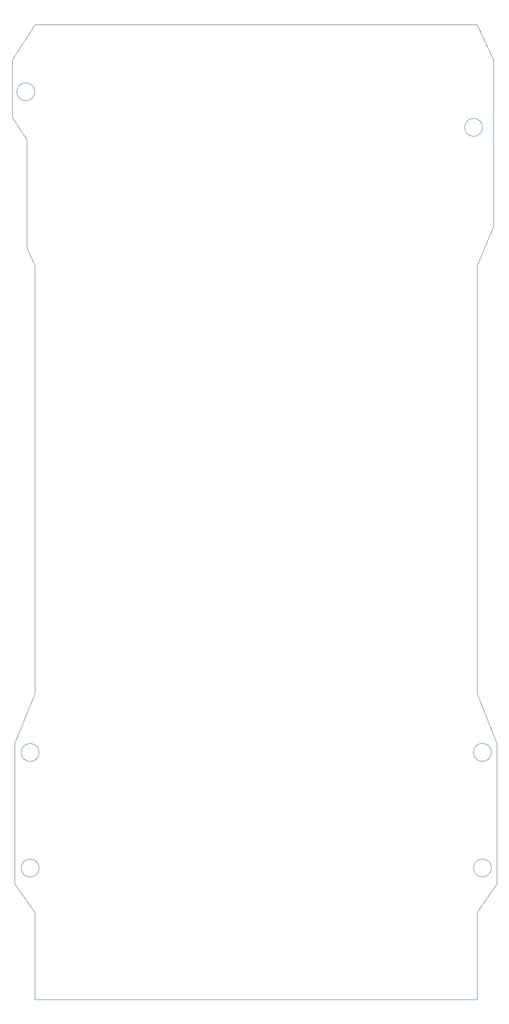
<source format=gbr>
%TF.GenerationSoftware,KiCad,Pcbnew,7.0.1*%
%TF.CreationDate,2023-07-04T17:25:49-07:00*%
%TF.ProjectId,Y6502,59363530-322e-46b6-9963-61645f706362,rev?*%
%TF.SameCoordinates,Original*%
%TF.FileFunction,Profile,NP*%
%FSLAX46Y46*%
G04 Gerber Fmt 4.6, Leading zero omitted, Abs format (unit mm)*
G04 Created by KiCad (PCBNEW 7.0.1) date 2023-07-04 17:25:49*
%MOMM*%
%LPD*%
G01*
G04 APERTURE LIST*
%TA.AperFunction,Profile*%
%ADD10C,0.100000*%
%TD*%
G04 APERTURE END LIST*
D10*
X82809542Y-32790458D02*
G75*
G03*
X82809542Y-32790458I-1609542J0D01*
G01*
X82800000Y-64000000D02*
X81400000Y-60800000D01*
X162400000Y-194800000D02*
X162400000Y-196000000D01*
X83609542Y-151609542D02*
G75*
G03*
X83609542Y-151609542I-1609542J0D01*
G01*
X82800000Y-64000000D02*
X82800000Y-141000000D01*
X165400000Y-57000000D02*
X162400000Y-64000000D01*
X162400000Y-180400000D02*
X162400000Y-194800000D01*
X166000000Y-150000000D02*
X166000000Y-175200000D01*
X82800000Y-141000000D02*
X79200000Y-150000000D01*
X83609542Y-172390458D02*
G75*
G03*
X83609542Y-172390458I-1609542J0D01*
G01*
X78800000Y-37400000D02*
X81400000Y-41400000D01*
X82810000Y-20680000D02*
X162410000Y-20680000D01*
X82800000Y-180400000D02*
X82800000Y-196000000D01*
X165009542Y-172371374D02*
G75*
G03*
X165009542Y-172371374I-1609542J0D01*
G01*
X165009542Y-151590458D02*
G75*
G03*
X165009542Y-151590458I-1609542J0D01*
G01*
X163409542Y-39190458D02*
G75*
G03*
X163409542Y-39190458I-1609542J0D01*
G01*
X82800000Y-196000000D02*
X162400000Y-196000000D01*
X162410000Y-20680000D02*
X165400000Y-27000000D01*
X79200000Y-175200000D02*
X82800000Y-180400000D01*
X162400000Y-141000000D02*
X166000000Y-150000000D01*
X79200000Y-150000000D02*
X79200000Y-175200000D01*
X81400000Y-41400000D02*
X81400000Y-60800000D01*
X162400000Y-64000000D02*
X162400000Y-141000000D01*
X82810000Y-20680000D02*
X78800000Y-27000000D01*
X78800000Y-27000000D02*
X78800000Y-37400000D01*
X165400000Y-27000000D02*
X165400000Y-57000000D01*
X166000000Y-175200000D02*
X162400000Y-180400000D01*
M02*

</source>
